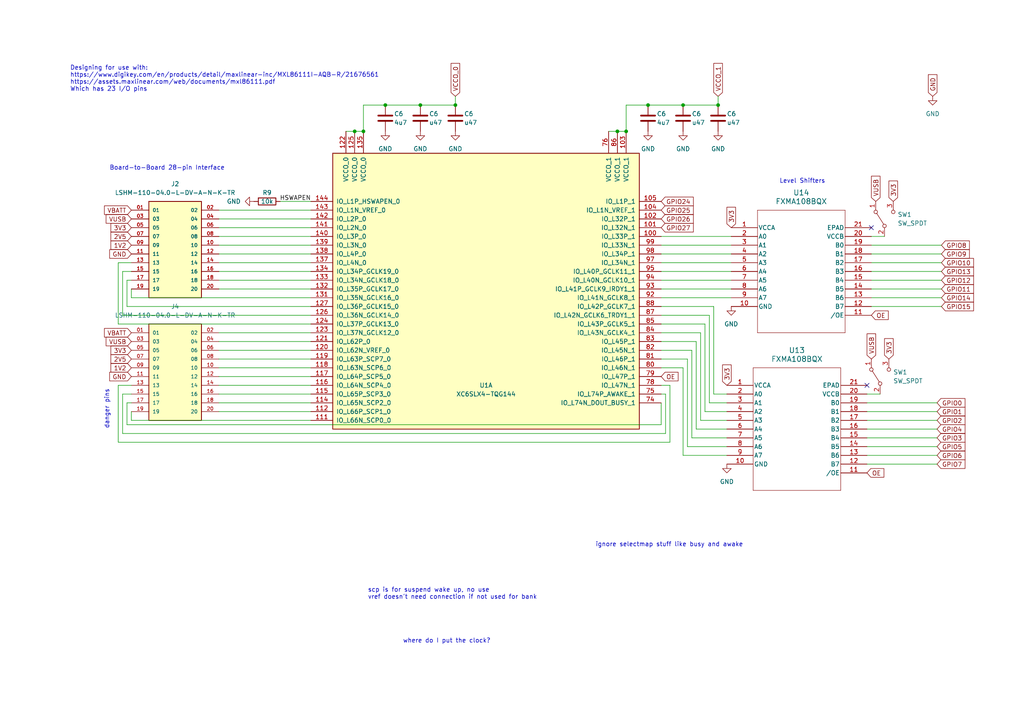
<source format=kicad_sch>
(kicad_sch (version 20230121) (generator eeschema)
  (paper "A4")
  (lib_symbols
    (symbol "Device:C" (pin_numbers hide) (pin_names (offset 0.254))
      (property "Reference" "C" (at 0.635 2.54 0))
      (property "Value" "C" (at 0.635 -2.54 0))
      (symbol "C_0_1"
        (polyline (pts (xy -2.032 -0.762) (xy 2.032 -0.762)) (stroke (width 0.508)))
        (polyline (pts (xy -2.032 0.762) (xy 2.032 0.762)) (stroke (width 0.508)))
      )
      (symbol "C_1_1"
        (pin passive line (at 0 3.81 270) (length 2.794) (name "~") (number "1"))
        (pin passive line (at 0 -3.81 90) (length 2.794) (name "~") (number "2"))
      )
    )
    (symbol "Device:R" (pin_numbers hide) (pin_names (offset 0))
      (property "Reference" "R" (at 2.032 0 90))
      (property "Value" "R" (at 0 0 90))
      (symbol "R_0_1"
        (rectangle (start -1.016 -2.54) (end 1.016 2.54) (stroke (width 0.254)))
      )
      (symbol "R_1_1"
        (pin passive line (at 0 3.81 270) (length 1.27) (name "~") (number "1"))
        (pin passive line (at 0 -3.81 90) (length 1.27) (name "~") (number "2"))
      )
    )
    (symbol "FPGA_Xilinx_Spartan6:XC6SLX4-TQG144" (pin_names (offset 1.016))
      (property "Reference" "U" (at 0 1.27 0))
      (property "Value" "XC6SLX4-TQG144" (at 0 -1.27 0))
      (symbol "XC6SLX4-TQG144_1_1"
        (rectangle (start -44.45 36.83) (end 44.45 -43.18) (stroke (width 0.254)) (fill (type background)))
        (pin bidirectional line (at 50.8 12.7 180) (length 6.35) (name "IO_L33P_1") (number "100"))
        (pin bidirectional line (at 50.8 15.24 180) (length 6.35) (name "IO_L32N_1") (number "101"))
        (pin bidirectional line (at 50.8 17.78 180) (length 6.35) (name "IO_L32P_1") (number "102"))
        (pin power_in line (at 40.64 43.18 270) (length 6.35) (name "VCCO_1") (number "103"))
        (pin bidirectional line (at 50.8 20.32 180) (length 6.35) (name "IO_L1N_VREF_1") (number "104"))
        (pin bidirectional line (at 50.8 22.86 180) (length 6.35) (name "IO_L1P_1") (number "105"))
        (pin bidirectional line (at -50.8 -40.64 0) (length 6.35) (name "IO_L66N_SCP0_0") (number "111"))
        (pin bidirectional line (at -50.8 -38.1 0) (length 6.35) (name "IO_L66P_SCP1_0") (number "112"))
        (pin bidirectional line (at -50.8 -35.56 0) (length 6.35) (name "IO_L65N_SCP2_0") (number "114"))
        (pin bidirectional line (at -50.8 -33.02 0) (length 6.35) (name "IO_L65P_SCP3_0") (number "115"))
        (pin bidirectional line (at -50.8 -30.48 0) (length 6.35) (name "IO_L64N_SCP4_0") (number "116"))
        (pin bidirectional line (at -50.8 -27.94 0) (length 6.35) (name "IO_L64P_SCP5_0") (number "117"))
        (pin bidirectional line (at -50.8 -25.4 0) (length 6.35) (name "IO_L63N_SCP6_0") (number "118"))
        (pin bidirectional line (at -50.8 -22.86 0) (length 6.35) (name "IO_L63P_SCP7_0") (number "119"))
        (pin bidirectional line (at -50.8 -20.32 0) (length 6.35) (name "IO_L62N_VREF_0") (number "120"))
        (pin bidirectional line (at -50.8 -17.78 0) (length 6.35) (name "IO_L62P_0") (number "121"))
        (pin power_in line (at -40.64 43.18 270) (length 6.35) (name "VCCO_0") (number "122"))
        (pin bidirectional line (at -50.8 -15.24 0) (length 6.35) (name "IO_L37N_GCLK12_0") (number "123"))
        (pin bidirectional line (at -50.8 -12.7 0) (length 6.35) (name "IO_L37P_GCLK13_0") (number "124"))
        (pin power_in line (at -38.1 43.18 270) (length 6.35) (name "VCCO_0") (number "125"))
        (pin bidirectional line (at -50.8 -10.16 0) (length 6.35) (name "IO_L36N_GCLK14_0") (number "126"))
        (pin bidirectional line (at -50.8 -7.62 0) (length 6.35) (name "IO_L36P_GCLK15_0") (number "127"))
        (pin bidirectional line (at -50.8 -5.08 0) (length 6.35) (name "IO_L35N_GCLK16_0") (number "131"))
        (pin bidirectional line (at -50.8 -2.54 0) (length 6.35) (name "IO_L35P_GCLK17_0") (number "132"))
        (pin bidirectional line (at -50.8 0 0) (length 6.35) (name "IO_L34N_GCLK18_0") (number "133"))
        (pin bidirectional line (at -50.8 2.54 0) (length 6.35) (name "IO_L34P_GCLK19_0") (number "134"))
        (pin power_in line (at -35.56 43.18 270) (length 6.35) (name "VCCO_0") (number "135"))
        (pin bidirectional line (at -50.8 5.08 0) (length 6.35) (name "IO_L4N_0") (number "137"))
        (pin bidirectional line (at -50.8 7.62 0) (length 6.35) (name "IO_L4P_0") (number "138"))
        (pin bidirectional line (at -50.8 10.16 0) (length 6.35) (name "IO_L3N_0") (number "139"))
        (pin bidirectional line (at -50.8 12.7 0) (length 6.35) (name "IO_L3P_0") (number "140"))
        (pin bidirectional line (at -50.8 15.24 0) (length 6.35) (name "IO_L2N_0") (number "141"))
        (pin bidirectional line (at -50.8 17.78 0) (length 6.35) (name "IO_L2P_0") (number "142"))
        (pin bidirectional line (at -50.8 20.32 0) (length 6.35) (name "IO_L1N_VREF_0") (number "143"))
        (pin bidirectional line (at -50.8 22.86 0) (length 6.35) (name "IO_L1P_HSWAPEN_0") (number "144"))
        (pin bidirectional line (at 50.8 -35.56 180) (length 6.35) (name "IO_L74N_DOUT_BUSY_1") (number "74"))
        (pin bidirectional line (at 50.8 -33.02 180) (length 6.35) (name "IO_L74P_AWAKE_1") (number "75"))
        (pin power_in line (at 35.56 43.18 270) (length 6.35) (name "VCCO_1") (number "76"))
        (pin bidirectional line (at 50.8 -30.48 180) (length 6.35) (name "IO_L47N_1") (number "78"))
        (pin bidirectional line (at 50.8 -27.94 180) (length 6.35) (name "IO_L47P_1") (number "79"))
        (pin bidirectional line (at 50.8 -25.4 180) (length 6.35) (name "IO_L46N_1") (number "80"))
        (pin bidirectional line (at 50.8 -22.86 180) (length 6.35) (name "IO_L46P_1") (number "81"))
        (pin bidirectional line (at 50.8 -20.32 180) (length 6.35) (name "IO_L45N_1") (number "82"))
        (pin bidirectional line (at 50.8 -17.78 180) (length 6.35) (name "IO_L45P_1") (number "83"))
        (pin bidirectional line (at 50.8 -15.24 180) (length 6.35) (name "IO_L43N_GCLK4_1") (number "84"))
        (pin bidirectional line (at 50.8 -12.7 180) (length 6.35) (name "IO_L43P_GCLK5_1") (number "85"))
        (pin power_in line (at 38.1 43.18 270) (length 6.35) (name "VCCO_1") (number "86"))
        (pin bidirectional line (at 50.8 -10.16 180) (length 6.35) (name "IO_L42N_GCLK6_TRDY1_1") (number "87"))
        (pin bidirectional line (at 50.8 -7.62 180) (length 6.35) (name "IO_L42P_GCLK7_1") (number "88"))
        (pin bidirectional line (at 50.8 -5.08 180) (length 6.35) (name "IO_L41N_GCLK8_1") (number "92"))
        (pin bidirectional line (at 50.8 -2.54 180) (length 6.35) (name "IO_L41P_GCLK9_IRDY1_1") (number "93"))
        (pin bidirectional line (at 50.8 0 180) (length 6.35) (name "IO_L40N_GCLK10_1") (number "94"))
        (pin bidirectional line (at 50.8 2.54 180) (length 6.35) (name "IO_L40P_GCLK11_1") (number "95"))
        (pin bidirectional line (at 50.8 5.08 180) (length 6.35) (name "IO_L34N_1") (number "97"))
        (pin bidirectional line (at 50.8 7.62 180) (length 6.35) (name "IO_L34P_1") (number "98"))
        (pin bidirectional line (at 50.8 10.16 180) (length 6.35) (name "IO_L33N_1") (number "99"))
      )
      (symbol "XC6SLX4-TQG144_2_1"
        (rectangle (start -44.45 36.83) (end 44.45 -43.18) (stroke (width 0.254)) (fill (type background)))
        (pin bidirectional line (at 50.8 -40.64 180) (length 6.35) (name "IO_L83N_VREF_3") (number "1"))
        (pin bidirectional line (at 50.8 -22.86 180) (length 6.35) (name "IO_L50P_3") (number "10"))
        (pin bidirectional line (at 50.8 -20.32 180) (length 6.35) (name "IO_L49N_3") (number "11"))
        (pin bidirectional line (at 50.8 -17.78 180) (length 6.35) (name "IO_L49P_3") (number "12"))
        (pin bidirectional line (at 50.8 -15.24 180) (length 6.35) (name "IO_L44N_GCLK20_3") (number "14"))
        (pin bidirectional line (at 50.8 -12.7 180) (length 6.35) (name "IO_L44P_GCLK21_3") (number "15"))
        (pin bidirectional line (at 50.8 -10.16 180) (length 6.35) (name "IO_L43N_GCLK22_IRDY2_3") (number "16"))
        (pin bidirectional line (at 50.8 -7.62 180) (length 6.35) (name "IO_L43P_GCLK23_3") (number "17"))
        (pin power_in line (at 38.1 43.18 270) (length 6.35) (name "VCCO_3") (number "18"))
        (pin bidirectional line (at 50.8 -38.1 180) (length 6.35) (name "IO_L83P_3") (number "2"))
        (pin bidirectional line (at 50.8 -5.08 180) (length 6.35) (name "IO_L42N_GCLK24_3") (number "21"))
        (pin bidirectional line (at 50.8 -2.54 180) (length 6.35) (name "IO_L42P_GCLK25_TRDY2_3") (number "22"))
        (pin bidirectional line (at 50.8 0 180) (length 6.35) (name "IO_L41N_GCLK26_3") (number "23"))
        (pin bidirectional line (at 50.8 2.54 180) (length 6.35) (name "IO_L41P_GCLK27_3") (number "24"))
        (pin bidirectional line (at 50.8 5.08 180) (length 6.35) (name "IO_L37N_3") (number "26"))
        (pin bidirectional line (at 50.8 7.62 180) (length 6.35) (name "IO_L37P_3") (number "27"))
        (pin bidirectional line (at 50.8 10.16 180) (length 6.35) (name "IO_L36N_3") (number "29"))
        (pin bidirectional line (at 50.8 12.7 180) (length 6.35) (name "IO_L36P_3") (number "30"))
        (pin power_in line (at 40.64 43.18 270) (length 6.35) (name "VCCO_3") (number "31"))
        (pin bidirectional line (at 50.8 15.24 180) (length 6.35) (name "IO_L2N_3") (number "32"))
        (pin bidirectional line (at 50.8 17.78 180) (length 6.35) (name "IO_L2P_3") (number "33"))
        (pin bidirectional line (at 50.8 20.32 180) (length 6.35) (name "IO_L1N_VREF_3") (number "34"))
        (pin bidirectional line (at 50.8 22.86 180) (length 6.35) (name "IO_L1P_3") (number "35"))
        (pin bidirectional line (at -50.8 -40.64 0) (length 6.35) (name "IO_L65N_CSO_B_2") (number "38"))
        (pin bidirectional line (at -50.8 -38.1 0) (length 6.35) (name "IO_L65P_INIT_B_2") (number "39"))
        (pin power_in line (at 35.56 43.18 270) (length 6.35) (name "VCCO_3") (number "4"))
        (pin bidirectional line (at -50.8 -35.56 0) (length 6.35) (name "IO_L64N_D9_2") (number "40"))
        (pin bidirectional line (at -50.8 -33.02 0) (length 6.35) (name "IO_L64P_D8_2") (number "41"))
        (pin power_in line (at -40.64 43.18 270) (length 6.35) (name "VCCO_2") (number "42"))
        (pin bidirectional line (at -50.8 -30.48 0) (length 6.35) (name "IO_L62N_D6_2") (number "43"))
        (pin bidirectional line (at -50.8 -27.94 0) (length 6.35) (name "IO_L62P_D5_2") (number "44"))
        (pin bidirectional line (at -50.8 -25.4 0) (length 6.35) (name "IO_L49N_D4_2") (number "45"))
        (pin bidirectional line (at -50.8 -22.86 0) (length 6.35) (name "IO_L49P_D3_2") (number "46"))
        (pin bidirectional line (at -50.8 -20.32 0) (length 6.35) (name "IO_L48N_RDWR_B_VREF_2") (number "47"))
        (pin bidirectional line (at -50.8 -17.78 0) (length 6.35) (name "IO_L48P_D7_2") (number "48"))
        (pin bidirectional line (at 50.8 -35.56 180) (length 6.35) (name "IO_L52N_3") (number "5"))
        (pin bidirectional line (at -50.8 -15.24 0) (length 6.35) (name "IO_L31N_GCLK30_D15_2") (number "50"))
        (pin bidirectional line (at -50.8 -12.7 0) (length 6.35) (name "IO_L31P_GCLK31_D14_2") (number "51"))
        (pin bidirectional line (at -50.8 -10.16 0) (length 6.35) (name "IO_L30N_GCLK0_USERCCLK_2") (number "55"))
        (pin bidirectional line (at -50.8 -7.62 0) (length 6.35) (name "IO_L30P_GCLK1_D13_2") (number "56"))
        (pin bidirectional line (at -50.8 -5.08 0) (length 6.35) (name "IO_L14N_D12_2") (number "57"))
        (pin bidirectional line (at -50.8 -2.54 0) (length 6.35) (name "IO_L14P_D11_2") (number "58"))
        (pin bidirectional line (at -50.8 0 0) (length 6.35) (name "IO_L13N_D10_2") (number "59"))
        (pin bidirectional line (at 50.8 -33.02 180) (length 6.35) (name "IO_L52P_3") (number "6"))
        (pin bidirectional line (at -50.8 2.54 0) (length 6.35) (name "IO_L13P_M1_2") (number "60"))
        (pin bidirectional line (at -50.8 5.08 0) (length 6.35) (name "IO_L12N_D2_MISO3_2") (number "61"))
        (pin bidirectional line (at -50.8 7.62 0) (length 6.35) (name "IO_L12P_D1_MISO2_2") (number "62"))
        (pin power_in line (at -38.1 43.18 270) (length 6.35) (name "VCCO_2") (number "63"))
        (pin bidirectional line (at -50.8 10.16 0) (length 6.35) (name "IO_L3N_MOSI_CSI_B_MISO0_2") (number "64"))
        (pin bidirectional line (at -50.8 12.7 0) (length 6.35) (name "IO_L3P_D0_DIN_MISO_MISO1_2") (number "65"))
        (pin bidirectional line (at -50.8 15.24 0) (length 6.35) (name "IO_L2N_CMPMOSI_2") (number "66"))
        (pin bidirectional line (at -50.8 17.78 0) (length 6.35) (name "IO_L2P_CMPCLK_2") (number "67"))
        (pin bidirectional line (at -50.8 20.32 0) (length 6.35) (name "IO_L1N_M0_CMPMISO_2") (number "69"))
        (pin bidirectional line (at 50.8 -30.48 180) (length 6.35) (name "IO_L51N_3") (number "7"))
        (pin bidirectional line (at -50.8 22.86 0) (length 6.35) (name "IO_L1P_CCLK_2") (number "70"))
        (pin bidirectional line (at 50.8 -27.94 180) (length 6.35) (name "IO_L51P_3") (number "8"))
        (pin bidirectional line (at 50.8 -25.4 180) (length 6.35) (name "IO_L50N_3") (number "9"))
      )
      (symbol "XC6SLX4-TQG144_3_1"
        (rectangle (start -31.75 15.24) (end 31.75 -15.24) (stroke (width 0.254)) (fill (type background)))
        (pin bidirectional line (at 38.1 10.16 180) (length 6.35) (name "TDO") (number "106"))
        (pin bidirectional line (at 38.1 7.62 180) (length 6.35) (name "TMS") (number "107"))
        (pin bidirectional line (at 38.1 5.08 180) (length 6.35) (name "TCK") (number "109"))
        (pin bidirectional line (at 38.1 12.7 180) (length 6.35) (name "TDI") (number "110"))
        (pin bidirectional line (at 38.1 -2.54 180) (length 6.35) (name "PROGRAM_B_2") (number "37"))
        (pin bidirectional line (at 38.1 0 180) (length 6.35) (name "DONE_2") (number "71"))
        (pin bidirectional line (at 38.1 -12.7 180) (length 6.35) (name "CMPCS_B_2") (number "72"))
        (pin bidirectional line (at 38.1 -7.62 180) (length 6.35) (name "SUSPEND") (number "73"))
      )
      (symbol "XC6SLX4-TQG144_4_1"
        (rectangle (start -19.05 17.78) (end 19.05 -17.78) (stroke (width 0.254)) (fill (type background)))
        (pin power_in line (at 25.4 -7.62 180) (length 6.35) (name "GND") (number "108"))
        (pin power_in line (at 25.4 -10.16 180) (length 6.35) (name "GND") (number "113"))
        (pin power_in line (at 25.4 5.08 180) (length 6.35) (name "VCCINT") (number "128"))
        (pin power_in line (at -25.4 5.08 0) (length 6.35) (name "VCCAUX") (number "129"))
        (pin power_in line (at -25.4 -2.54 0) (length 6.35) (name "GND") (number "13"))
        (pin power_in line (at 25.4 -12.7 180) (length 6.35) (name "GND") (number "130"))
        (pin power_in line (at 25.4 -15.24 180) (length 6.35) (name "GND") (number "136"))
        (pin power_in line (at 25.4 15.24 180) (length 6.35) (name "VCCINT") (number "19"))
        (pin power_in line (at -25.4 15.24 0) (length 6.35) (name "VCCAUX") (number "20"))
        (pin power_in line (at -25.4 -5.08 0) (length 6.35) (name "GND") (number "25"))
        (pin power_in line (at 25.4 12.7 180) (length 6.35) (name "VCCINT") (number "28"))
        (pin power_in line (at -25.4 0 0) (length 6.35) (name "GND") (number "3"))
        (pin power_in line (at -25.4 12.7 0) (length 6.35) (name "VCCAUX") (number "36"))
        (pin power_in line (at -25.4 -7.62 0) (length 6.35) (name "GND") (number "49"))
        (pin power_in line (at 25.4 10.16 180) (length 6.35) (name "VCCINT") (number "52"))
        (pin power_in line (at -25.4 10.16 0) (length 6.35) (name "VCCAUX") (number "53"))
        (pin power_in line (at -25.4 -10.16 0) (length 6.35) (name "GND") (number "54"))
        (pin power_in line (at -25.4 -12.7 0) (length 6.35) (name "GND") (number "68"))
        (pin power_in line (at -25.4 -15.24 0) (length 6.35) (name "GND") (number "77"))
        (pin power_in line (at 25.4 7.62 180) (length 6.35) (name "VCCINT") (number "89"))
        (pin power_in line (at -25.4 7.62 0) (length 6.35) (name "VCCAUX") (number "90"))
        (pin power_in line (at 25.4 -2.54 180) (length 6.35) (name "GND") (number "91"))
        (pin power_in line (at 25.4 -5.08 180) (length 6.35) (name "GND") (number "96"))
      )
    )
    (symbol "Switch:SW_SPDT" (pin_names (offset 0) hide)
      (property "Reference" "SW" (at 0 4.318 0))
      (property "Value" "SW_SPDT" (at 0 -5.08 0))
      (symbol "SW_SPDT_0_0"
        (circle (center -2.032 0) (radius 0.508))
        (circle (center 2.032 -2.54) (radius 0.508))
      )
      (symbol "SW_SPDT_0_1"
        (polyline (pts (xy -1.524 0.254) (xy 1.651 2.286)))
        (circle (center 2.032 2.54) (radius 0.508))
      )
      (symbol "SW_SPDT_1_1"
        (pin passive line (at 5.08 2.54 180) (length 2.54) (name "A") (number "1"))
        (pin passive line (at -5.08 0 0) (length 2.54) (name "B") (number "2"))
        (pin passive line (at 5.08 -2.54 180) (length 2.54) (name "C") (number "3"))
      )
    )
    (symbol "fpga:FXMA108BQX" (pin_names (offset 0.254))
      (property "Reference" "U" (at 20.32 10.16 0))
      (property "Value" "FXMA108BQX" (at 20.32 7.62 0))
      (symbol "FXMA108BQX_0_1"
        (polyline (pts (xy 7.62 -30.48) (xy 33.02 -30.48)) (stroke (width 0.127)))
        (polyline (pts (xy 7.62 5.08) (xy 7.62 -30.48)) (stroke (width 0.127)))
        (polyline (pts (xy 33.02 -30.48) (xy 33.02 5.08)) (stroke (width 0.127)))
        (polyline (pts (xy 33.02 5.08) (xy 7.62 5.08)) (stroke (width 0.127)))
        (pin power_in line (at 0 0 0) (length 7.62) (name "VCCA") (number "1"))
        (pin power_out line (at 0 -22.86 0) (length 7.62) (name "GND") (number "10"))
        (pin unspecified line (at 40.64 -25.4 180) (length 7.62) (name "/OE") (number "11"))
        (pin bidirectional line (at 40.64 -22.86 180) (length 7.62) (name "B7") (number "12"))
        (pin bidirectional line (at 40.64 -20.32 180) (length 7.62) (name "B6") (number "13"))
        (pin bidirectional line (at 40.64 -17.78 180) (length 7.62) (name "B5") (number "14"))
        (pin bidirectional line (at 40.64 -15.24 180) (length 7.62) (name "B4") (number "15"))
        (pin bidirectional line (at 40.64 -12.7 180) (length 7.62) (name "B3") (number "16"))
        (pin bidirectional line (at 40.64 -10.16 180) (length 7.62) (name "B2") (number "17"))
        (pin bidirectional line (at 40.64 -7.62 180) (length 7.62) (name "B1") (number "18"))
        (pin bidirectional line (at 40.64 -5.08 180) (length 7.62) (name "B0") (number "19"))
        (pin bidirectional line (at 0 -2.54 0) (length 7.62) (name "A0") (number "2"))
        (pin power_in line (at 40.64 -2.54 180) (length 7.62) (name "VCCB") (number "20"))
        (pin unspecified line (at 40.64 0 180) (length 7.62) (name "EPAD") (number "21"))
        (pin bidirectional line (at 0 -5.08 0) (length 7.62) (name "A1") (number "3"))
        (pin bidirectional line (at 0 -7.62 0) (length 7.62) (name "A2") (number "4"))
        (pin bidirectional line (at 0 -10.16 0) (length 7.62) (name "A3") (number "5"))
        (pin bidirectional line (at 0 -12.7 0) (length 7.62) (name "A4") (number "6"))
        (pin bidirectional line (at 0 -15.24 0) (length 7.62) (name "A5") (number "7"))
        (pin bidirectional line (at 0 -17.78 0) (length 7.62) (name "A6") (number "8"))
        (pin bidirectional line (at 0 -20.32 0) (length 7.62) (name "A7") (number "9"))
      )
    )
    (symbol "fpga:LSHM-110-04.0-L-DV-A-N-K-TR" (pin_names (offset 1.016))
      (property "Reference" "J" (at -7.62 13.462 0))
      (property "Value" "LSHM-110-04.0-L-DV-A-N-K-TR" (at -7.62 -16.002 0))
      (symbol "LSHM-110-04.0-L-DV-A-N-K-TR_0_0"
        (rectangle (start -7.62 -15.24) (end 7.62 12.7) (stroke (width 0.254)) (fill (type background)))
        (pin passive line (at -12.7 10.16 0) (length 5.08) (name "01") (number "01"))
        (pin passive line (at 12.7 10.16 180) (length 5.08) (name "02") (number "02"))
        (pin passive line (at -12.7 7.62 0) (length 5.08) (name "03") (number "03"))
        (pin passive line (at 12.7 7.62 180) (length 5.08) (name "04") (number "04"))
        (pin passive line (at -12.7 5.08 0) (length 5.08) (name "05") (number "05"))
        (pin passive line (at 12.7 5.08 180) (length 5.08) (name "06") (number "06"))
        (pin passive line (at -12.7 2.54 0) (length 5.08) (name "07") (number "07"))
        (pin passive line (at 12.7 2.54 180) (length 5.08) (name "08") (number "08"))
        (pin passive line (at -12.7 0 0) (length 5.08) (name "09") (number "09"))
        (pin passive line (at 12.7 0 180) (length 5.08) (name "10") (number "10"))
        (pin passive line (at -12.7 -2.54 0) (length 5.08) (name "11") (number "11"))
        (pin passive line (at 12.7 -2.54 180) (length 5.08) (name "12") (number "12"))
        (pin passive line (at -12.7 -5.08 0) (length 5.08) (name "13") (number "13"))
        (pin passive line (at 12.7 -5.08 180) (length 5.08) (name "14") (number "14"))
        (pin passive line (at -12.7 -7.62 0) (length 5.08) (name "15") (number "15"))
        (pin passive line (at 12.7 -7.62 180) (length 5.08) (name "16") (number "16"))
        (pin passive line (at -12.7 -10.16 0) (length 5.08) (name "17") (number "17"))
        (pin passive line (at 12.7 -10.16 180) (length 5.08) (name "18") (number "18"))
        (pin passive line (at -12.7 -12.7 0) (length 5.08) (name "19") (number "19"))
        (pin passive line (at 12.7 -12.7 180) (length 5.08) (name "20") (number "20"))
      )
    )
    (symbol "power:GND" (power) (pin_names (offset 0))
      (property "Value" "GND" (at 0 -3.81 0))
      (symbol "GND_0_1"
        (polyline (pts (xy 0 0) (xy 0 -1.27) (xy 1.27 -1.27) (xy 0 -2.54) (xy -1.27 -1.27) (xy 0 -1.27)))
      )
      (symbol "GND_1_1"
        (pin power_in line (at 0 0 270) (length 0) hide (name "GND") (number "1"))
      )
    )
  )
  (junction (at 181.61 38.1))
  (junction (at 198.12 30.48))
  (junction (at 132.08 30.48))
  (junction (at 111.76 30.48))
  (junction (at 121.92 30.48))
  (junction (at 179.07 38.1))
  (junction (at 105.41 38.1))
  (junction (at 102.87 38.1))
  (junction (at 187.96 30.48))
  (junction (at 208.28 30.48))
  (no_connect (at 252.73 66.04))
  (no_connect (at 251.46 111.76))
  (wire (pts (xy 271.78 127) (xy 251.46 127)))
  (wire (pts (xy 205.74 116.84) (xy 205.74 91.44)))
  (wire (pts (xy 63.5 66.04) (xy 90.17 66.04)))
  (wire (pts (xy 198.12 30.48) (xy 187.96 30.48)))
  (wire (pts (xy 90.17 86.36) (xy 38.1 86.36)))
  (wire (pts (xy 36.83 116.84) (xy 38.1 116.84)))
  (wire (pts (xy 273.05 71.12) (xy 252.73 71.12)))
  (wire (pts (xy 35.56 78.74) (xy 38.1 78.74)))
  (wire (pts (xy 212.09 81.28) (xy 191.77 81.28)))
  (wire (pts (xy 105.41 30.48) (xy 105.41 38.1)))
  (wire (pts (xy 35.56 125.73) (xy 35.56 114.3)))
  (wire (pts (xy 271.78 124.46) (xy 251.46 124.46)))
  (wire (pts (xy 200.66 101.6) (xy 191.77 101.6)))
  (wire (pts (xy 63.5 99.06) (xy 90.17 99.06)))
  (wire (pts (xy 200.66 127) (xy 200.66 101.6)))
  (wire (pts (xy 271.78 119.38) (xy 251.46 119.38)))
  (wire (pts (xy 273.05 81.28) (xy 252.73 81.28)))
  (wire (pts (xy 273.05 83.82) (xy 252.73 83.82)))
  (wire (pts (xy 102.87 38.1) (xy 105.41 38.1)))
  (wire (pts (xy 35.56 91.44) (xy 35.56 78.74)))
  (wire (pts (xy 63.5 81.28) (xy 90.17 81.28)))
  (wire (pts (xy 36.83 123.19) (xy 36.83 116.84)))
  (wire (pts (xy 90.17 88.9) (xy 36.83 88.9)))
  (wire (pts (xy 81.28 58.42) (xy 90.17 58.42)))
  (wire (pts (xy 193.04 114.3) (xy 193.04 125.73)))
  (wire (pts (xy 203.2 96.52) (xy 191.77 96.52)))
  (wire (pts (xy 273.05 78.74) (xy 252.73 78.74)))
  (wire (pts (xy 201.93 124.46) (xy 210.82 124.46)))
  (wire (pts (xy 271.78 116.84) (xy 251.46 116.84)))
  (wire (pts (xy 63.5 119.38) (xy 90.17 119.38)))
  (wire (pts (xy 111.76 30.48) (xy 105.41 30.48)))
  (wire (pts (xy 34.29 93.98) (xy 34.29 76.2)))
  (wire (pts (xy 212.09 71.12) (xy 191.77 71.12)))
  (wire (pts (xy 38.1 121.92) (xy 38.1 119.38)))
  (wire (pts (xy 63.5 60.96) (xy 90.17 60.96)))
  (wire (pts (xy 212.09 73.66) (xy 191.77 73.66)))
  (wire (pts (xy 199.39 104.14) (xy 191.77 104.14)))
  (wire (pts (xy 35.56 114.3) (xy 38.1 114.3)))
  (wire (pts (xy 194.31 128.27) (xy 194.31 111.76)))
  (wire (pts (xy 204.47 119.38) (xy 210.82 119.38)))
  (wire (pts (xy 198.12 106.68) (xy 191.77 106.68)))
  (wire (pts (xy 200.66 127) (xy 210.82 127)))
  (wire (pts (xy 208.28 27.94) (xy 208.28 30.48)))
  (wire (pts (xy 205.74 116.84) (xy 210.82 116.84)))
  (wire (pts (xy 271.78 121.92) (xy 251.46 121.92)))
  (wire (pts (xy 252.73 68.58) (xy 256.54 68.58)))
  (wire (pts (xy 38.1 86.36) (xy 38.1 83.82)))
  (wire (pts (xy 194.31 111.76) (xy 191.77 111.76)))
  (wire (pts (xy 191.77 116.84) (xy 191.77 123.19)))
  (wire (pts (xy 207.01 114.3) (xy 207.01 88.9)))
  (wire (pts (xy 36.83 88.9) (xy 36.83 81.28)))
  (wire (pts (xy 271.78 134.62) (xy 251.46 134.62)))
  (wire (pts (xy 191.77 123.19) (xy 36.83 123.19)))
  (wire (pts (xy 199.39 129.54) (xy 199.39 104.14)))
  (wire (pts (xy 208.28 30.48) (xy 198.12 30.48)))
  (wire (pts (xy 181.61 30.48) (xy 181.61 38.1)))
  (wire (pts (xy 187.96 30.48) (xy 181.61 30.48)))
  (wire (pts (xy 203.2 121.92) (xy 203.2 96.52)))
  (wire (pts (xy 34.29 111.76) (xy 34.29 128.27)))
  (wire (pts (xy 63.5 63.5) (xy 90.17 63.5)))
  (wire (pts (xy 273.05 73.66) (xy 252.73 73.66)))
  (wire (pts (xy 63.5 71.12) (xy 90.17 71.12)))
  (wire (pts (xy 63.5 106.68) (xy 90.17 106.68)))
  (wire (pts (xy 63.5 111.76) (xy 90.17 111.76)))
  (wire (pts (xy 36.83 81.28) (xy 38.1 81.28)))
  (wire (pts (xy 63.5 116.84) (xy 90.17 116.84)))
  (wire (pts (xy 90.17 91.44) (xy 35.56 91.44)))
  (wire (pts (xy 273.05 86.36) (xy 252.73 86.36)))
  (wire (pts (xy 201.93 124.46) (xy 201.93 99.06)))
  (wire (pts (xy 191.77 114.3) (xy 193.04 114.3)))
  (wire (pts (xy 271.78 129.54) (xy 251.46 129.54)))
  (wire (pts (xy 63.5 96.52) (xy 90.17 96.52)))
  (wire (pts (xy 212.09 86.36) (xy 191.77 86.36)))
  (wire (pts (xy 271.78 132.08) (xy 251.46 132.08)))
  (wire (pts (xy 132.08 27.94) (xy 132.08 30.48)))
  (wire (pts (xy 201.93 99.06) (xy 191.77 99.06)))
  (wire (pts (xy 132.08 30.48) (xy 121.92 30.48)))
  (wire (pts (xy 63.5 109.22) (xy 90.17 109.22)))
  (wire (pts (xy 204.47 93.98) (xy 204.47 119.38)))
  (wire (pts (xy 205.74 91.44) (xy 191.77 91.44)))
  (wire (pts (xy 212.09 68.58) (xy 191.77 68.58)))
  (wire (pts (xy 207.01 88.9) (xy 191.77 88.9)))
  (wire (pts (xy 207.01 114.3) (xy 210.82 114.3)))
  (wire (pts (xy 198.12 132.08) (xy 210.82 132.08)))
  (wire (pts (xy 176.53 38.1) (xy 179.07 38.1)))
  (wire (pts (xy 34.29 76.2) (xy 38.1 76.2)))
  (wire (pts (xy 63.5 73.66) (xy 90.17 73.66)))
  (wire (pts (xy 34.29 128.27) (xy 194.31 128.27)))
  (wire (pts (xy 100.33 38.1) (xy 102.87 38.1)))
  (wire (pts (xy 203.2 121.92) (xy 210.82 121.92)))
  (wire (pts (xy 121.92 30.48) (xy 111.76 30.48)))
  (wire (pts (xy 204.47 93.98) (xy 191.77 93.98)))
  (wire (pts (xy 251.46 114.3) (xy 255.27 114.3)))
  (wire (pts (xy 198.12 132.08) (xy 198.12 106.68)))
  (wire (pts (xy 212.09 78.74) (xy 191.77 78.74)))
  (wire (pts (xy 199.39 129.54) (xy 210.82 129.54)))
  (wire (pts (xy 179.07 38.1) (xy 181.61 38.1)))
  (wire (pts (xy 90.17 93.98) (xy 34.29 93.98)))
  (wire (pts (xy 63.5 104.14) (xy 90.17 104.14)))
  (wire (pts (xy 273.05 88.9) (xy 252.73 88.9)))
  (wire (pts (xy 90.17 121.92) (xy 38.1 121.92)))
  (wire (pts (xy 63.5 83.82) (xy 90.17 83.82)))
  (wire (pts (xy 38.1 111.76) (xy 34.29 111.76)))
  (wire (pts (xy 193.04 125.73) (xy 35.56 125.73)))
  (wire (pts (xy 63.5 68.58) (xy 90.17 68.58)))
  (wire (pts (xy 212.09 76.2) (xy 191.77 76.2)))
  (wire (pts (xy 273.05 76.2) (xy 252.73 76.2)))
  (wire (pts (xy 63.5 101.6) (xy 90.17 101.6)))
  (wire (pts (xy 212.09 83.82) (xy 191.77 83.82)))
  (wire (pts (xy 63.5 76.2) (xy 90.17 76.2)))
  (wire (pts (xy 63.5 114.3) (xy 90.17 114.3)))
  (wire (pts (xy 63.5 78.74) (xy 90.17 78.74)))
  (text "Level Shifters" (at 226.06 53.34 0) (effects (font (size 1.27 1.27)) (justify left bottom)))
  (text "where do I put the clock?" (at 116.84 186.69 0) (effects (font (size 1.27 1.27)) (justify left bottom)))
  (text "ignore selectmap stuff like busy and awake" (at 172.72 158.75 0) (effects (font (size 1.27 1.27)) (justify left bottom)))
  (text "danger pins" (at 31.75 124.46 90) (effects (font (size 1.27 1.27)) (justify left bottom)))
  (text "scp is for suspend wake up, no use\nvref doesn't need connection if not used for bank" (at 106.68 173.99 0) (effects (font (size 1.27 1.27)) (justify left bottom)))
  (text "Board-to-Board 28-pin Interface" (at 31.75 49.53 0) (effects (font (size 1.27 1.27)) (justify left bottom)))
  (text "Designing for use with:\nhttps://www.digikey.com/en/products/detail/maxlinear-inc/MXL86111I-AQB-R/21676561\nhttps://assets.maxlinear.com/web/documents/mxl86111.pdf\nWhich has 23 I/O pins" (at 20.32 26.67 0) (effects (font (size 1.27 1.27)) (justify left bottom)))
  (label "HSWAPEN" (at 90.17 58.42 180))
  (global_label "2V5" (shape input) (at 38.1 104.14 180) (property "Intersheetrefs" "${INTERSHEET_REFS}" (effects hide)))
  (global_label "VUSB" (shape input) (at 252.73 104.14 90) (property "Intersheetrefs" "${INTERSHEET_REFS}" (effects hide)))
  (global_label "GPIO8" (shape input) (at 273.05 71.12 0) (property "Intersheetrefs" "${INTERSHEET_REFS}" (effects hide)))
  (global_label "1V2" (shape input) (at 38.1 71.12 180) (property "Intersheetrefs" "${INTERSHEET_REFS}" (effects hide)))
  (global_label "GPIO25" (shape input) (at 191.77 60.96 0) (property "Intersheetrefs" "${INTERSHEET_REFS}" (effects hide)))
  (global_label "GND" (shape input) (at 38.1 109.22 180) (property "Intersheetrefs" "${INTERSHEET_REFS}" (effects hide)))
  (global_label "GPIO5" (shape input) (at 271.78 129.54 0) (property "Intersheetrefs" "${INTERSHEET_REFS}" (effects hide)))
  (global_label "VUSB" (shape input) (at 38.1 99.06 180) (property "Intersheetrefs" "${INTERSHEET_REFS}" (effects hide)))
  (global_label "OE" (shape input) (at 191.77 109.22 0) (property "Intersheetrefs" "${INTERSHEET_REFS}" (effects hide)))
  (global_label "3V3" (shape input) (at 38.1 66.04 180) (property "Intersheetrefs" "${INTERSHEET_REFS}" (effects hide)))
  (global_label "2V5" (shape input) (at 38.1 68.58 180) (property "Intersheetrefs" "${INTERSHEET_REFS}" (effects hide)))
  (global_label "GPIO12" (shape input) (at 273.05 81.28 0) (property "Intersheetrefs" "${INTERSHEET_REFS}" (effects hide)))
  (global_label "GPIO26" (shape input) (at 191.77 63.5 0) (property "Intersheetrefs" "${INTERSHEET_REFS}" (effects hide)))
  (global_label "1V2" (shape input) (at 38.1 106.68 180) (property "Intersheetrefs" "${INTERSHEET_REFS}" (effects hide)))
  (global_label "GPIO9" (shape input) (at 273.05 73.66 0) (property "Intersheetrefs" "${INTERSHEET_REFS}" (effects hide)))
  (global_label "OE" (shape input) (at 252.73 91.44 0) (property "Intersheetrefs" "${INTERSHEET_REFS}" (effects hide)))
  (global_label "GPIO10" (shape input) (at 273.05 76.2 0) (property "Intersheetrefs" "${INTERSHEET_REFS}" (effects hide)))
  (global_label "VBATT" (shape input) (at 38.1 60.96 180) (property "Intersheetrefs" "${INTERSHEET_REFS}" (effects hide)))
  (global_label "GPIO24" (shape input) (at 191.77 58.42 0) (property "Intersheetrefs" "${INTERSHEET_REFS}" (effects hide)))
  (global_label "GPIO13" (shape input) (at 273.05 78.74 0) (property "Intersheetrefs" "${INTERSHEET_REFS}" (effects hide)))
  (global_label "GPIO2" (shape input) (at 271.78 121.92 0) (property "Intersheetrefs" "${INTERSHEET_REFS}" (effects hide)))
  (global_label "3V3" (shape input) (at 212.09 66.04 90) (property "Intersheetrefs" "${INTERSHEET_REFS}" (effects hide)))
  (global_label "GPIO14" (shape input) (at 273.05 86.36 0) (property "Intersheetrefs" "${INTERSHEET_REFS}" (effects hide)))
  (global_label "GPIO1" (shape input) (at 271.78 119.38 0) (property "Intersheetrefs" "${INTERSHEET_REFS}" (effects hide)))
  (global_label "GPIO7" (shape input) (at 271.78 134.62 0) (property "Intersheetrefs" "${INTERSHEET_REFS}" (effects hide)))
  (global_label "VCCO_1" (shape input) (at 208.28 27.94 90) (property "Intersheetrefs" "${INTERSHEET_REFS}" (effects hide)))
  (global_label "3V3" (shape input) (at 257.81 104.14 90) (property "Intersheetrefs" "${INTERSHEET_REFS}" (effects hide)))
  (global_label "GPIO4" (shape input) (at 271.78 124.46 0) (property "Intersheetrefs" "${INTERSHEET_REFS}" (effects hide)))
  (global_label "GPIO6" (shape input) (at 271.78 132.08 0) (property "Intersheetrefs" "${INTERSHEET_REFS}" (effects hide)))
  (global_label "VBATT" (shape input) (at 38.1 96.52 180) (property "Intersheetrefs" "${INTERSHEET_REFS}" (effects hide)))
  (global_label "GPIO3" (shape input) (at 271.78 127 0) (property "Intersheetrefs" "${INTERSHEET_REFS}" (effects hide)))
  (global_label "3V3" (shape input) (at 210.82 111.76 90) (property "Intersheetrefs" "${INTERSHEET_REFS}" (effects hide)))
  (global_label "VUSB" (shape input) (at 38.1 63.5 180) (property "Intersheetrefs" "${INTERSHEET_REFS}" (effects hide)))
  (global_label "3V3" (shape input) (at 259.08 58.42 90) (property "Intersheetrefs" "${INTERSHEET_REFS}" (effects hide)))
  (global_label "3V3" (shape input) (at 38.1 101.6 180) (property "Intersheetrefs" "${INTERSHEET_REFS}" (effects hide)))
  (global_label "VCCO_0" (shape input) (at 132.08 27.94 90) (property "Intersheetrefs" "${INTERSHEET_REFS}" (effects hide)))
  (global_label "GPIO15" (shape input) (at 273.05 88.9 0) (property "Intersheetrefs" "${INTERSHEET_REFS}" (effects hide)))
  (global_label "VUSB" (shape input) (at 254 58.42 90) (property "Intersheetrefs" "${INTERSHEET_REFS}" (effects hide)))
  (global_label "GPIO11" (shape input) (at 273.05 83.82 0) (property "Intersheetrefs" "${INTERSHEET_REFS}" (effects hide)))
  (global_label "GPIO27" (shape input) (at 191.77 66.04 0) (property "Intersheetrefs" "${INTERSHEET_REFS}" (effects hide)))
  (global_label "GPIO0" (shape input) (at 271.78 116.84 0) (property "Intersheetrefs" "${INTERSHEET_REFS}" (effects hide)))
  (global_label "OE" (shape input) (at 251.46 137.16 0) (property "Intersheetrefs" "${INTERSHEET_REFS}" (effects hide)))
  (global_label "GND" (shape input) (at 38.1 73.66 180) (property "Intersheetrefs" "${INTERSHEET_REFS}" (effects hide)))
  (global_label "GND" (shape input) (at 270.51 27.94 90) (property "Intersheetrefs" "${INTERSHEET_REFS}" (effects hide)))
  (symbol (lib_id "power:GND") (at 132.08 38.1 0) (unit 1)
    (property "Reference" "#PWR016" (effects hide))
    (property "Value" "GND" (at 132.08 43.18 0))
    (instances (project "fpga" (path "" (reference "#PWR016") (unit 1)) (path "" (reference "#PWR026") (unit 1))))
  )
  (symbol (lib_id "fpga:FXMA108BQX") (at 210.82 111.76 0) (unit 1)
    (property "Reference" "U13" (at 231.14 101.6 0) (effects (font (size 1.524 1.524))))
    (property "Value" "FXMA108BQX" (at 231.14 104.14 0) (effects (font (size 1.524 1.524))))
    (property "Footprint" "WQFN20_2P5X4P5_ONS" (effects hide))
    (property "Datasheet" "https://www.onsemi.com/pdf/datasheet/fxma108-d.pdf" (effects hide))
    (property "Digi" "https://www.digikey.com/en/products/detail/onsemi/FXMA108BQX/2287318" (effects hide))
  )
  (symbol (lib_id "fpga:LSHM-110-04.0-L-DV-A-N-K-TR") (at 50.8 71.12 0) (unit 1)
    (property "Reference" "J2" (at 50.8 53.34 0))
    (property "Value" "LSHM-110-04.0-L-DV-A-N-K-TR" (at 50.8 55.88 0))
    (property "Footprint" "LSHM-110-04.0-L-DV-A-N-K-TR:SAMTEC_LSHM-110-04.0-L-DV-A-N-K-TR" (effects hide))
    (property "PARTREV" "G" (effects hide))
    (property "STANDARD" "Manfuacturer Recommendations" (effects hide))
    (property "MANUFACTURER" "Samtec" (effects hide))
  )
  (symbol (lib_id "power:GND") (at 121.92 38.1 0) (unit 1)
    (property "Reference" "#PWR016" (effects hide))
    (property "Value" "GND" (at 121.92 43.18 0))
    (instances (project "fpga" (path "" (reference "#PWR016") (unit 1)) (path "" (reference "#PWR025") (unit 1))))
  )
  (symbol (lib_id "power:GND") (at 111.76 38.1 0) (unit 1)
    (property "Reference" "#PWR016" (effects hide))
    (property "Value" "GND" (at 111.76 43.18 0))
    (instances (project "fpga" (path "" (reference "#PWR016") (unit 1)) (path "" (reference "#PWR024") (unit 1))))
  )
  (symbol (lib_id "power:GND") (at 208.28 38.1 0) (unit 1)
    (property "Reference" "#PWR016" (effects hide))
    (property "Value" "GND" (at 208.28 43.18 0))
    (instances (project "fpga" (path "" (reference "#PWR016") (unit 1)) (path "" (reference "#PWR029") (unit 1))))
  )
  (symbol (lib_id "Device:C") (at 187.96 34.29 0) (unit 1)
    (property "Reference" "C6" (at 190.5 33.02 0) (effects (justify left)))
    (property "Value" "4u7" (at 190.5 35.56 0) (effects (justify left)))
    (instances (project "fpga" (path "" (reference "C6") (unit 1)) (path "" (reference "C17") (unit 1))))
  )
  (symbol (lib_id "Device:C") (at 121.92 34.29 0) (unit 1)
    (property "Reference" "C6" (at 124.46 33.02 0) (effects (justify left)))
    (property "Value" "u47" (at 124.46 35.56 0) (effects (justify left)))
    (instances (project "fpga" (path "" (reference "C6") (unit 1)) (path "" (reference "C15") (unit 1))))
  )
  (symbol (lib_id "power:GND") (at 187.96 38.1 0) (unit 1)
    (property "Reference" "#PWR016" (effects hide))
    (property "Value" "GND" (at 187.96 43.18 0))
    (instances (project "fpga" (path "" (reference "#PWR016") (unit 1)) (path "" (reference "#PWR027") (unit 1))))
  )
  (symbol (lib_id "Device:C") (at 111.76 34.29 0) (unit 1)
    (property "Reference" "C6" (at 114.3 33.02 0) (effects (justify left)))
    (property "Value" "4u7" (at 114.3 35.56 0) (effects (justify left)))
    (instances (project "fpga" (path "" (reference "C6") (unit 1)) (path "" (reference "C14") (unit 1))))
  )
  (symbol (lib_id "power:GND") (at 212.09 88.9 0) (unit 1)
    (property "Reference" "#PWR016" (effects hide))
    (property "Value" "GND" (at 212.09 93.98 0))
    (instances (project "fpga" (path "" (reference "#PWR016") (unit 1)) (path "" (reference "#PWR0111") (unit 1)) (path "" (reference "#PWR036") (unit 1))))
  )
  (symbol (lib_id "Device:C") (at 208.28 34.29 0) (unit 1)
    (property "Reference" "C6" (at 210.82 33.02 0) (effects (justify left)))
    (property "Value" "u47" (at 210.82 35.56 0) (effects (justify left)))
    (instances (project "fpga" (path "" (reference "C6") (unit 1)) (path "" (reference "C19") (unit 1))))
  )
  (symbol (lib_id "power:GND") (at 198.12 38.1 0) (unit 1)
    (property "Reference" "#PWR016" (effects hide))
    (property "Value" "GND" (at 198.12 43.18 0))
    (instances (project "fpga" (path "" (reference "#PWR016") (unit 1)) (path "" (reference "#PWR028") (unit 1))))
  )
  (symbol (lib_id "power:GND") (at 210.82 134.62 0) (unit 1)
    (property "Reference" "#PWR016" (effects hide))
    (property "Value" "GND" (at 210.82 139.7 0))
    (instances (project "fpga" (path "" (reference "#PWR016") (unit 1)) (path "" (reference "#PWR0110") (unit 1)) (path "" (reference "#PWR036") (unit 1))))
  )
  (symbol (lib_id "Device:R") (at 77.47 58.42 90) (unit 1)
    (property "Reference" "R9" (at 77.47 55.88 90))
    (property "Value" "10k" (at 77.47 58.42 90))
  )
  (symbol (lib_id "power:GND") (at 270.51 27.94 0) (unit 1)
    (property "Reference" "#PWR016" (effects hide))
    (property "Value" "GND" (at 270.51 33.02 0))
    (instances (project "fpga" (path "" (reference "#PWR016") (unit 1)) (path "" (reference "#PWR037") (unit 1)) (path "" (reference "#PWR036") (unit 1))))
  )
  (symbol (lib_id "Device:C") (at 198.12 34.29 0) (unit 1)
    (property "Reference" "C6" (at 200.66 33.02 0) (effects (justify left)))
    (property "Value" "u47" (at 200.66 35.56 0) (effects (justify left)))
    (instances (project "fpga" (path "" (reference "C6") (unit 1)) (path "" (reference "C18") (unit 1))))
  )
  (symbol (lib_id "Switch:SW_SPDT") (at 255.27 109.22 90) (unit 1)
    (property "Reference" "SW1" (at 259.08 107.95 90) (effects (justify right)))
    (property "Value" "SW_SPDT" (at 259.08 110.49 90) (effects (justify right)))
    (instances (project "fpga" (path "" (reference "SW1") (unit 1)) (path "" (reference "SW3") (unit 1))))
  )
  (symbol (lib_id "power:GND") (at 73.66 58.42 270) (unit 1)
    (property "Reference" "#PWR06" (effects hide))
    (property "Value" "GND" (at 69.85 58.42 90) (effects (justify right)))
    (instances (project "fpga" (path "" (reference "#PWR06") (unit 1)) (path "" (reference "#PWR07") (unit 1))))
  )
  (symbol (lib_id "Switch:SW_SPDT") (at 256.54 63.5 90) (unit 1)
    (property "Reference" "SW1" (at 260.35 62.23 90) (effects (justify right)))
    (property "Value" "SW_SPDT" (at 260.35 64.77 90) (effects (justify right)))
    (instances (project "fpga" (path "" (reference "SW1") (unit 1)) (path "" (reference "SW4") (unit 1))))
  )
  (symbol (lib_id "Device:C") (at 132.08 34.29 0) (unit 1)
    (property "Reference" "C6" (at 134.62 33.02 0) (effects (justify left)))
    (property "Value" "u47" (at 134.62 35.56 0) (effects (justify left)))
    (instances (project "fpga" (path "" (reference "C6") (unit 1)) (path "" (reference "C16") (unit 1))))
  )
  (symbol (lib_id "FPGA_Xilinx_Spartan6:XC6SLX4-TQG144") (at 140.97 81.28 0) (unit 1)
    (property "Reference" "U1" (at 140.97 111.76 0))
    (property "Value" "XC6SLX4-TQG144" (at 140.97 114.3 0))
    (instances (project "fpga" (path "" (reference "U1") (unit 1)) (path "" (reference "U2") (unit 1))))
  )
  (symbol (lib_id "fpga:LSHM-110-04.0-L-DV-A-N-K-TR") (at 50.8 106.68 0) (unit 1)
    (property "Reference" "J4" (at 50.8 88.9 0))
    (property "Value" "LSHM-110-04.0-L-DV-A-N-K-TR" (at 50.8 91.44 0))
    (property "Footprint" "LSHM-110-04.0-L-DV-A-N-K-TR:SAMTEC_LSHM-110-04.0-L-DV-A-N-K-TR" (effects hide))
    (property "PARTREV" "G" (effects hide))
    (property "STANDARD" "Manfuacturer Recommendations" (effects hide))
    (property "MANUFACTURER" "Samtec" (effects hide))
  )
  (symbol (lib_id "fpga:FXMA108BQX") (at 212.09 66.04 0) (unit 1)
    (property "Reference" "U14" (at 232.41 55.88 0) (effects (font (size 1.524 1.524))))
    (property "Value" "FXMA108BQX" (at 232.41 58.42 0) (effects (font (size 1.524 1.524))))
    (property "Footprint" "WQFN20_2P5X4P5_ONS" (effects hide))
    (property "Datasheet" "https://www.onsemi.com/pdf/datasheet/fxma108-d.pdf" (effects hide))
    (property "Digi" "https://www.digikey.com/en/products/detail/onsemi/FXMA108BQX/2287318" (effects hide))
  )
)
</source>
